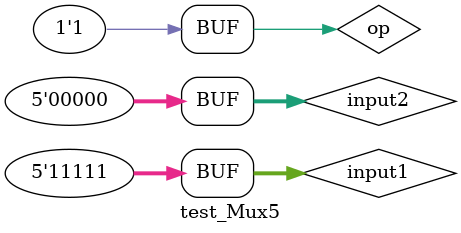
<source format=v>
`timescale 1ns / 1ps

module test_Mux5;
  reg [4:0] input1;
  reg [4:0] input2;
  reg op;
  wire [4:0] out;

  Mux5 u1 (
      .input1(input1),
      .input2(input2),
      .op(op),
      .out(out)
  );

  initial begin
    input1 = 5'b00001;
    input2 = 5'b00010;
    op = 0;
    #10;
    input1 = 5'b00001;
    input2 = 5'b00010;
    op = 1;
    #10;
    input1 = 5'b11111;
    input2 = 5'b00000;
    op = 0;
    #10;
    input1 = 5'b11111;
    input2 = 5'b00000;
    op = 1;
    #10;
  end
endmodule

</source>
